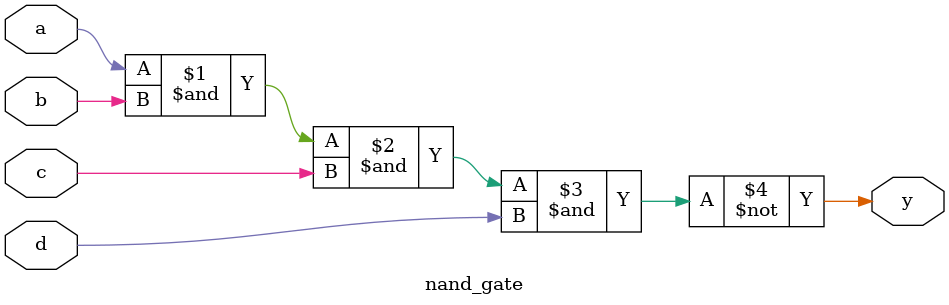
<source format=sv>
module top_module(
	input p1a, 
	input p1b, 
	input p1c, 
	input p1d, 
	output p1y, 
	input p2a, 
	input p2b, 
	input p2c, 
	input p2d, 
	output p2y
);

// Internal wires
wire nand1_out;
wire nand2_out;

// Instantiating the two 4-input NAND gates
nand_gate nand1(.a(p1a), .b(p1b), .c(p1c), .d(p1d), .y(nand1_out));
nand_gate nand2(.a(p2a), .b(p2b), .c(p2c), .d(p2d), .y(nand2_out));

// Output assignments
assign p1y = nand1_out;
assign p2y = nand2_out;

endmodule
module nand_gate(
	input a,
	input b,
	input c,
	input d,
	output y
);
	
	assign y = ~(a & b & c & d);

endmodule

</source>
